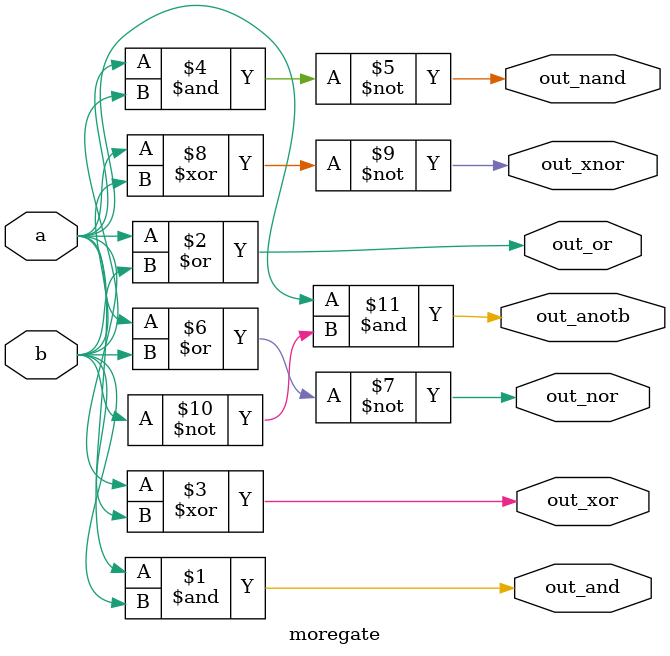
<source format=v>
module moregate( 
    input a, b,
    output out_and,
    output out_or,
    output out_xor,
    output out_nand,
    output out_nor,
    output out_xnor,
    output out_anotb
);

    assign out_and = a & b;
    assign out_or  = a | b;
    assign out_xor = a ^ b;
    assign out_nand = ~(a & b);
    assign out_nor = ~(a | b);
    assign out_xnor = ~(a ^ b);
    assign out_anotb = a & (~b);

endmodule

</source>
